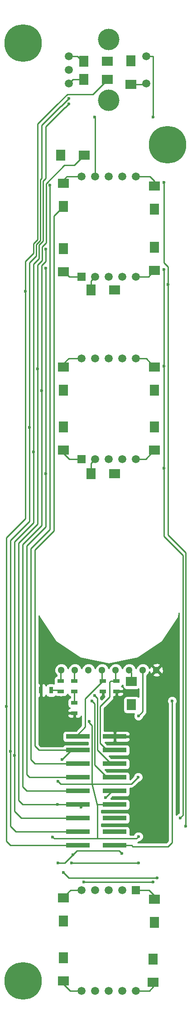
<source format=gbr>
G04 #@! TF.FileFunction,Copper,L2,Bot,Signal*
%FSLAX46Y46*%
G04 Gerber Fmt 4.6, Leading zero omitted, Abs format (unit mm)*
G04 Created by KiCad (PCBNEW 4.0.4+e1-6308~48~ubuntu14.04.1-stable) date Thu Sep  7 12:28:42 2017*
%MOMM*%
%LPD*%
G01*
G04 APERTURE LIST*
%ADD10C,0.100000*%
%ADD11C,4.000000*%
%ADD12C,1.500000*%
%ADD13R,1.500000X1.500000*%
%ADD14C,1.300000*%
%ADD15R,1.800000X2.000000*%
%ADD16R,2.000000X1.800000*%
%ADD17R,4.380000X0.890000*%
%ADD18R,1.300000X0.700000*%
%ADD19R,0.700000X1.300000*%
%ADD20C,7.000000*%
%ADD21C,0.600000*%
%ADD22C,0.250000*%
%ADD23C,0.254000*%
G04 APERTURE END LIST*
D10*
D11*
X120000000Y-14700000D03*
D12*
X127000000Y-6460000D03*
X112500000Y-11540000D03*
X112500000Y-9000000D03*
X112500000Y-6460000D03*
X127000000Y-11540000D03*
D11*
X120000000Y-3300000D03*
D12*
X114920000Y-62860000D03*
X117460000Y-62860000D03*
X120000000Y-62860000D03*
X122540000Y-62860000D03*
X125080000Y-62860000D03*
D13*
X114920000Y-81640000D03*
D12*
X117460000Y-81640000D03*
X125080000Y-81640000D03*
X122540000Y-81640000D03*
X120000000Y-81640000D03*
X114920000Y-28860000D03*
X117460000Y-28860000D03*
X120000000Y-28860000D03*
X122540000Y-28860000D03*
X125080000Y-28860000D03*
D13*
X114920000Y-47640000D03*
D12*
X117460000Y-47640000D03*
X125080000Y-47640000D03*
X122540000Y-47640000D03*
X120000000Y-47640000D03*
D14*
X128890000Y-120990000D03*
X126350000Y-120990000D03*
X123810000Y-120990000D03*
X121270000Y-120990000D03*
X118730000Y-120990000D03*
X116190000Y-120990000D03*
X113650000Y-120990000D03*
X111110000Y-120990000D03*
D15*
X111538000Y-42314000D03*
D16*
X111538000Y-46714000D03*
X121104000Y-50102000D03*
D15*
X116704000Y-50102000D03*
X128556000Y-42060000D03*
D16*
X128556000Y-46460000D03*
D15*
X128556000Y-168126000D03*
D16*
X128556000Y-163726000D03*
D15*
X111538000Y-167872000D03*
D16*
X111538000Y-163472000D03*
X119675000Y-10795000D03*
D15*
X115275000Y-10795000D03*
D16*
X119675000Y-7366000D03*
D15*
X115275000Y-7366000D03*
X124079000Y-7325000D03*
D16*
X124079000Y-11725000D03*
D15*
X111538000Y-75588000D03*
D16*
X111538000Y-79988000D03*
X121104000Y-84392000D03*
D15*
X116704000Y-84392000D03*
X128556000Y-75588000D03*
D16*
X128556000Y-79988000D03*
D15*
X128302000Y-174902000D03*
D16*
X128302000Y-179302000D03*
D15*
X111538000Y-174648000D03*
D16*
X111538000Y-179048000D03*
D15*
X111538000Y-34522000D03*
D16*
X111538000Y-30122000D03*
D15*
X128556000Y-35030000D03*
D16*
X128556000Y-30630000D03*
D15*
X111538000Y-68812000D03*
D16*
X111538000Y-64412000D03*
D15*
X128556000Y-68812000D03*
D16*
X128556000Y-64412000D03*
D17*
X114174000Y-133414000D03*
X114174000Y-135954000D03*
X114174000Y-138494000D03*
X114174000Y-141034000D03*
X114174000Y-143574000D03*
X114174000Y-146114000D03*
X114174000Y-148654000D03*
X114174000Y-151194000D03*
X114174000Y-153734000D03*
X121094000Y-153734000D03*
X121094000Y-151194000D03*
X121094000Y-148654000D03*
X121094000Y-146114000D03*
X121094000Y-133414000D03*
X121094000Y-135954000D03*
X121094000Y-138494000D03*
X121094000Y-141034000D03*
X121094000Y-143574000D03*
D18*
X111030000Y-123066000D03*
X111030000Y-124966000D03*
X113570000Y-123066000D03*
X113570000Y-124966000D03*
X118904000Y-123066000D03*
X118904000Y-124966000D03*
X121444000Y-123066000D03*
X121444000Y-124966000D03*
D19*
X109186000Y-124778000D03*
X107286000Y-124778000D03*
D18*
X113570000Y-127130000D03*
X113570000Y-129030000D03*
D12*
X125080000Y-180890000D03*
X122540000Y-180890000D03*
X120000000Y-180890000D03*
X117460000Y-180890000D03*
X114920000Y-180890000D03*
D13*
X125080000Y-162110000D03*
D12*
X122540000Y-162110000D03*
X114920000Y-162110000D03*
X117460000Y-162110000D03*
X120000000Y-162110000D03*
D15*
X124238000Y-127486000D03*
D16*
X124238000Y-123086000D03*
X115420500Y-24892000D03*
D15*
X111020500Y-24892000D03*
D20*
X104000000Y-179000000D03*
X104000000Y-4000000D03*
X131000000Y-23000000D03*
D21*
X128016000Y-127508000D03*
X118618000Y-126238000D03*
X119412000Y-144844000D03*
X125525000Y-129550000D03*
X125476000Y-140970000D03*
X125525000Y-152050000D03*
X110490000Y-141732000D03*
X109474000Y-152146000D03*
X116364000Y-130620000D03*
X121094000Y-148654000D03*
X133350000Y-148590000D03*
X130334000Y-46292000D03*
X130334000Y-64326000D03*
X130334000Y-83376000D03*
X130334000Y-29972000D03*
X117348000Y-17780000D03*
X121412000Y-151130000D03*
X134366000Y-150114000D03*
X128302000Y-17844000D03*
X131096000Y-49086000D03*
X131826000Y-126746000D03*
X111284000Y-137732000D03*
X128302000Y-174816000D03*
X129064000Y-159830000D03*
X111538000Y-158814000D03*
X108998000Y-30544000D03*
X128556000Y-34862000D03*
X125594000Y-157036000D03*
X113062000Y-157036000D03*
X114174000Y-138494000D03*
X111538000Y-174816000D03*
X128556000Y-42228000D03*
X108236000Y-46038000D03*
X121104000Y-84392000D03*
X108236000Y-84392000D03*
X122460000Y-155258000D03*
X114174000Y-141034000D03*
X110522000Y-157036000D03*
X113316000Y-155512000D03*
X111538000Y-42228000D03*
X108236000Y-42482000D03*
X111538000Y-68812000D03*
X107474000Y-68898000D03*
X114174000Y-143574000D03*
X111538000Y-167958000D03*
X115602000Y-143574000D03*
X128556000Y-68812000D03*
X110436000Y-146114000D03*
X114840000Y-146622000D03*
X128556000Y-167958000D03*
X128302000Y-160592000D03*
X115348000Y-160592000D03*
X106712000Y-64834000D03*
X124079000Y-7325000D03*
X112522000Y-15367000D03*
X128556000Y-75588000D03*
X105950000Y-80328000D03*
X102394000Y-136970000D03*
X119675000Y-7366000D03*
X112522000Y-14351000D03*
X111538000Y-75588000D03*
X105156000Y-75692000D03*
X101632000Y-136208000D03*
X124206000Y-128016000D03*
X121104000Y-50102000D03*
X104394000Y-50292000D03*
X100838000Y-127762000D03*
X118904000Y-123066000D03*
X121444000Y-123066000D03*
X113824000Y-125032000D03*
X117380000Y-125794000D03*
X111030000Y-125032000D03*
X116872000Y-126810000D03*
X111020500Y-24892000D03*
D22*
X118904000Y-124966000D02*
X118904000Y-125952000D01*
X118904000Y-125952000D02*
X118618000Y-126238000D01*
X121094000Y-143574000D02*
X120682000Y-143574000D01*
X120682000Y-143574000D02*
X119412000Y-144844000D01*
X126350000Y-128725000D02*
X126350000Y-127398000D01*
X125525000Y-129550000D02*
X126350000Y-128725000D01*
X116840000Y-142240000D02*
X124206000Y-142240000D01*
X124206000Y-142240000D02*
X125476000Y-140970000D01*
X117888000Y-152464000D02*
X125111000Y-152464000D01*
X125111000Y-152464000D02*
X125525000Y-152050000D01*
X116872000Y-142240000D02*
X116840000Y-142240000D01*
X116840000Y-142240000D02*
X110998000Y-142240000D01*
X110998000Y-142240000D02*
X110490000Y-141732000D01*
X111030000Y-152464000D02*
X109792000Y-152464000D01*
X117888000Y-152464000D02*
X111030000Y-152464000D01*
X109792000Y-152464000D02*
X109474000Y-152146000D01*
X126350000Y-120990000D02*
X126350000Y-127398000D01*
X116872000Y-134938000D02*
X116872000Y-131382000D01*
X116872000Y-142304000D02*
X116872000Y-142240000D01*
X116872000Y-142240000D02*
X116872000Y-134938000D01*
X116364000Y-130874000D02*
X116364000Y-130620000D01*
X116872000Y-131382000D02*
X116364000Y-130874000D01*
X117888000Y-146368000D02*
X116872000Y-142304000D01*
X121094000Y-146114000D02*
X117888000Y-146114000D01*
X117888000Y-146114000D02*
X117888000Y-146368000D01*
X117888000Y-146368000D02*
X117888000Y-152464000D01*
X133890000Y-105474000D02*
X133890000Y-146114000D01*
X133890000Y-148050000D02*
X133890000Y-146114000D01*
X133350000Y-148590000D02*
X133890000Y-148050000D01*
X130334000Y-52134000D02*
X130334000Y-46292000D01*
X130334000Y-64326000D02*
X130334000Y-52134000D01*
X133890000Y-105474000D02*
X133890000Y-100902000D01*
X133890000Y-100902000D02*
X133890000Y-100140000D01*
X133890000Y-100140000D02*
X133890000Y-99632000D01*
X133890000Y-99632000D02*
X130334000Y-96076000D01*
X130334000Y-96076000D02*
X130334000Y-83376000D01*
X130334000Y-83376000D02*
X130334000Y-64326000D01*
X133890000Y-105474000D02*
X133890000Y-105220000D01*
X117460000Y-28860000D02*
X117460000Y-17892000D01*
X117460000Y-17892000D02*
X117348000Y-17780000D01*
X127000000Y-6460000D02*
X128287000Y-6460000D01*
X128302000Y-6475000D02*
X128302000Y-17844000D01*
X128287000Y-6460000D02*
X128302000Y-6475000D01*
X134398000Y-146050000D02*
X134398000Y-150082000D01*
X121412000Y-151130000D02*
X121348000Y-151194000D01*
X134398000Y-150082000D02*
X134366000Y-150114000D01*
X121348000Y-151194000D02*
X121094000Y-151194000D01*
X121094000Y-151194000D02*
X122968000Y-151194000D01*
X134398000Y-146368000D02*
X134398000Y-146050000D01*
X134398000Y-146050000D02*
X134398000Y-99124000D01*
X134398000Y-99124000D02*
X131096000Y-95822000D01*
X131096000Y-49086000D02*
X131096000Y-45784000D01*
X131096000Y-45784000D02*
X130588000Y-45276000D01*
X130588000Y-45276000D02*
X130334000Y-45022000D01*
X130334000Y-45022000D02*
X130334000Y-29972000D01*
X131096000Y-52388000D02*
X131096000Y-49086000D01*
X131096000Y-95822000D02*
X131096000Y-52388000D01*
X131826000Y-126746000D02*
X131826000Y-128016000D01*
X121094000Y-153734000D02*
X124270000Y-153734000D01*
X131826000Y-153162000D02*
X131826000Y-128016000D01*
X131826000Y-128016000D02*
X131826000Y-127762000D01*
X131064000Y-153924000D02*
X131826000Y-153162000D01*
X124460000Y-153924000D02*
X131064000Y-153924000D01*
X124270000Y-153734000D02*
X124460000Y-153924000D01*
X106204000Y-104966000D02*
X106204000Y-98616000D01*
X106966000Y-135954000D02*
X106204000Y-135192000D01*
X106204000Y-135192000D02*
X106204000Y-104966000D01*
X114174000Y-135954000D02*
X106966000Y-135954000D01*
X109760000Y-36300000D02*
X111538000Y-34522000D01*
X109760000Y-95060000D02*
X109760000Y-36300000D01*
X106204000Y-98616000D02*
X109760000Y-95060000D01*
X113062000Y-135954000D02*
X111284000Y-137732000D01*
X128302000Y-174816000D02*
X128302000Y-174902000D01*
X112554000Y-159830000D02*
X129064000Y-159830000D01*
X111538000Y-158814000D02*
X112554000Y-159830000D01*
X114174000Y-135954000D02*
X113062000Y-135954000D01*
X105442000Y-105474000D02*
X105442000Y-98362000D01*
X108998000Y-94806000D02*
X108998000Y-55182000D01*
X105442000Y-98362000D02*
X108998000Y-94806000D01*
X108998000Y-30544000D02*
X108998000Y-55182000D01*
X128556000Y-34862000D02*
X128556000Y-35030000D01*
X106204000Y-138494000D02*
X105442000Y-137732000D01*
X105442000Y-105220000D02*
X105442000Y-105474000D01*
X105442000Y-105474000D02*
X105442000Y-137732000D01*
X114174000Y-138494000D02*
X106204000Y-138494000D01*
X113062000Y-157036000D02*
X125594000Y-157036000D01*
X111538000Y-174816000D02*
X111538000Y-174648000D01*
X108236000Y-55436000D02*
X108236000Y-46038000D01*
X108236000Y-84392000D02*
X108236000Y-55436000D01*
X128556000Y-42228000D02*
X128556000Y-42060000D01*
X104680000Y-105220000D02*
X104680000Y-97854000D01*
X105188000Y-141034000D02*
X104680000Y-140526000D01*
X104680000Y-105220000D02*
X104680000Y-140526000D01*
X114174000Y-141034000D02*
X105188000Y-141034000D01*
X108236000Y-94298000D02*
X108236000Y-85408000D01*
X108236000Y-85408000D02*
X108236000Y-84392000D01*
X104680000Y-97854000D02*
X108236000Y-94298000D01*
X113316000Y-155512000D02*
X114078000Y-154750000D01*
X121952000Y-154750000D02*
X122460000Y-155258000D01*
X114078000Y-154750000D02*
X121952000Y-154750000D01*
X111792000Y-157036000D02*
X110522000Y-157036000D01*
X113316000Y-155512000D02*
X111792000Y-157036000D01*
X107474000Y-55944000D02*
X107474000Y-45530000D01*
X107474000Y-68898000D02*
X107474000Y-55944000D01*
X111538000Y-42228000D02*
X111538000Y-42314000D01*
X108236000Y-44768000D02*
X108236000Y-42482000D01*
X107474000Y-45530000D02*
X108236000Y-44768000D01*
X103918000Y-105474000D02*
X103918000Y-97600000D01*
X114174000Y-143574000D02*
X104680000Y-143574000D01*
X103918000Y-142812000D02*
X103918000Y-105474000D01*
X104680000Y-143574000D02*
X103918000Y-142812000D01*
X107474000Y-94044000D02*
X107474000Y-68898000D01*
X103918000Y-97600000D02*
X107474000Y-94044000D01*
X111538000Y-167958000D02*
X111538000Y-167872000D01*
X115602000Y-143574000D02*
X114174000Y-143574000D01*
X108267500Y-31940500D02*
X108267500Y-30226000D01*
X113515500Y-26797000D02*
X115420500Y-24892000D01*
X111696500Y-26797000D02*
X113515500Y-26797000D01*
X108267500Y-30226000D02*
X111696500Y-26797000D01*
X106712000Y-55944000D02*
X106712000Y-45370500D01*
X106712000Y-64834000D02*
X106712000Y-55944000D01*
X108267500Y-41275000D02*
X108267500Y-31940500D01*
X108267500Y-31940500D02*
X108267500Y-31877000D01*
X107505500Y-42037000D02*
X108267500Y-41275000D01*
X107505500Y-44577000D02*
X107505500Y-42037000D01*
X106712000Y-45370500D02*
X107505500Y-44577000D01*
X103156000Y-105728000D02*
X103156000Y-97346000D01*
X103918000Y-146114000D02*
X103156000Y-145352000D01*
X103156000Y-145352000D02*
X103156000Y-105728000D01*
X110522000Y-146114000D02*
X103918000Y-146114000D01*
X114332000Y-146114000D02*
X114840000Y-146622000D01*
X128556000Y-167958000D02*
X128556000Y-168126000D01*
X115348000Y-160592000D02*
X128302000Y-160592000D01*
X114174000Y-146114000D02*
X114332000Y-146114000D01*
X110436000Y-146114000D02*
X110522000Y-146114000D01*
X114174000Y-146114000D02*
X110522000Y-146114000D01*
X106712000Y-93790000D02*
X106712000Y-64834000D01*
X103156000Y-97346000D02*
X106712000Y-93790000D01*
X105950000Y-45276000D02*
X106966000Y-44260000D01*
X106966000Y-44260000D02*
X106966000Y-41720000D01*
X106966000Y-41720000D02*
X107728000Y-40958000D01*
X107728000Y-40958000D02*
X107728000Y-29782000D01*
X107728000Y-29782000D02*
X108236000Y-29274000D01*
X108236000Y-29274000D02*
X108236000Y-20384000D01*
X105950000Y-80328000D02*
X105950000Y-56198000D01*
X105950000Y-56198000D02*
X105950000Y-45276000D01*
X108236000Y-19622000D02*
X111792000Y-16066000D01*
X108236000Y-20384000D02*
X108236000Y-19622000D01*
X111823000Y-16066000D02*
X111792000Y-16066000D01*
X112522000Y-15367000D02*
X111823000Y-16066000D01*
X128216000Y-75588000D02*
X128556000Y-75588000D01*
X102394000Y-105982000D02*
X102394000Y-97092000D01*
X105950000Y-93536000D02*
X105950000Y-80328000D01*
X102394000Y-97092000D02*
X105950000Y-93536000D01*
X102394000Y-105728000D02*
X102394000Y-105982000D01*
X102394000Y-105982000D02*
X102394000Y-136970000D01*
X114174000Y-148654000D02*
X103664000Y-148654000D01*
X102394000Y-147384000D02*
X102394000Y-136970000D01*
X103664000Y-148654000D02*
X102394000Y-147384000D01*
X107474000Y-19368000D02*
X111030000Y-15812000D01*
X107474000Y-20638000D02*
X107474000Y-19368000D01*
X107474000Y-29274000D02*
X107474000Y-20638000D01*
X105188000Y-56452000D02*
X105188000Y-45022000D01*
X105188000Y-75692000D02*
X105188000Y-56452000D01*
X107220000Y-29528000D02*
X107474000Y-29274000D01*
X107220000Y-40829602D02*
X107220000Y-29528000D01*
X106458000Y-41591602D02*
X107220000Y-40829602D01*
X106458000Y-43752000D02*
X106458000Y-41591602D01*
X105188000Y-45022000D02*
X106458000Y-43752000D01*
X111061000Y-15812000D02*
X111030000Y-15812000D01*
X112522000Y-14351000D02*
X111061000Y-15812000D01*
X105156000Y-75692000D02*
X105188000Y-75692000D01*
X105188000Y-75692000D02*
X105156000Y-75692000D01*
X105156000Y-75692000D02*
X105188000Y-75692000D01*
X101632000Y-105982000D02*
X101632000Y-96838000D01*
X101632000Y-136208000D02*
X101632000Y-105982000D01*
X105188000Y-93282000D02*
X105188000Y-75692000D01*
X101632000Y-96838000D02*
X105188000Y-93282000D01*
X114174000Y-151194000D02*
X102648000Y-151194000D01*
X101632000Y-150178000D02*
X101632000Y-136208000D01*
X102648000Y-151194000D02*
X101632000Y-150178000D01*
X119675000Y-10795000D02*
X119675000Y-10881000D01*
X119675000Y-10881000D02*
X116967000Y-13589000D01*
X116967000Y-13589000D02*
X112237000Y-13589000D01*
X112237000Y-13589000D02*
X110268000Y-15558000D01*
X124206000Y-128016000D02*
X124238000Y-127984000D01*
X124238000Y-127984000D02*
X124238000Y-127486000D01*
X104394000Y-50292000D02*
X104426000Y-50292000D01*
X104426000Y-50292000D02*
X104394000Y-50292000D01*
X104394000Y-50292000D02*
X104426000Y-50292000D01*
X100838000Y-127762000D02*
X100870000Y-127762000D01*
X100870000Y-127762000D02*
X100838000Y-127762000D01*
X100838000Y-127762000D02*
X100870000Y-127762000D01*
X106712000Y-20892000D02*
X106712000Y-19114000D01*
X104426000Y-44768000D02*
X105950000Y-43244000D01*
X105950000Y-43244000D02*
X105950000Y-41463204D01*
X105950000Y-41463204D02*
X106712000Y-40701204D01*
X106712000Y-40701204D02*
X106712000Y-29020000D01*
X106712000Y-29020000D02*
X106712000Y-20892000D01*
X104426000Y-56960000D02*
X104426000Y-50292000D01*
X104426000Y-50292000D02*
X104426000Y-44768000D01*
X106712000Y-19114000D02*
X110268000Y-15558000D01*
X100870000Y-105982000D02*
X100870000Y-96330000D01*
X114174000Y-153734000D02*
X101632000Y-153734000D01*
X100870000Y-152972000D02*
X100870000Y-127762000D01*
X100870000Y-127762000D02*
X100870000Y-105982000D01*
X101632000Y-153734000D02*
X100870000Y-152972000D01*
X104426000Y-92774000D02*
X104426000Y-56960000D01*
X104426000Y-56960000D02*
X104426000Y-56706000D01*
X100870000Y-96330000D02*
X104426000Y-92774000D01*
X114920000Y-47640000D02*
X112632000Y-47640000D01*
X112632000Y-47640000D02*
X111706000Y-46714000D01*
X111706000Y-46714000D02*
X111538000Y-46714000D01*
X116704000Y-50102000D02*
X116704000Y-48396000D01*
X116704000Y-48396000D02*
X117460000Y-47640000D01*
X125080000Y-47640000D02*
X127376000Y-47640000D01*
X127376000Y-47640000D02*
X128556000Y-46460000D01*
X128556000Y-163726000D02*
X128556000Y-163132000D01*
X128556000Y-163132000D02*
X127534000Y-162110000D01*
X127534000Y-162110000D02*
X125080000Y-162110000D01*
X111538000Y-163472000D02*
X111538000Y-163386000D01*
X111538000Y-163386000D02*
X112814000Y-162110000D01*
X112814000Y-162110000D02*
X114920000Y-162110000D01*
X115275000Y-10795000D02*
X113245000Y-10795000D01*
X113245000Y-10795000D02*
X112500000Y-11540000D01*
X115275000Y-7366000D02*
X115062000Y-7366000D01*
X115062000Y-7366000D02*
X114156000Y-6460000D01*
X114156000Y-6460000D02*
X112500000Y-6460000D01*
X124079000Y-11725000D02*
X126815000Y-11725000D01*
X126815000Y-11725000D02*
X127000000Y-11540000D01*
X111538000Y-79988000D02*
X111538000Y-80582000D01*
X111538000Y-80582000D02*
X112596000Y-81640000D01*
X112596000Y-81640000D02*
X114920000Y-81640000D01*
X116704000Y-84392000D02*
X116704000Y-82396000D01*
X116704000Y-82396000D02*
X117460000Y-81640000D01*
X125080000Y-81640000D02*
X126904000Y-81640000D01*
X126904000Y-81640000D02*
X128556000Y-79988000D01*
X128302000Y-179302000D02*
X128302000Y-180150000D01*
X128302000Y-180150000D02*
X127562000Y-180890000D01*
X127562000Y-180890000D02*
X125080000Y-180890000D01*
X111538000Y-179048000D02*
X111538000Y-179642000D01*
X111538000Y-179642000D02*
X112786000Y-180890000D01*
X112786000Y-180890000D02*
X114920000Y-180890000D01*
X111538000Y-30122000D02*
X111538000Y-29528000D01*
X111538000Y-29528000D02*
X112206000Y-28860000D01*
X112206000Y-28860000D02*
X114920000Y-28860000D01*
X128556000Y-30630000D02*
X128556000Y-29782000D01*
X128556000Y-29782000D02*
X127634000Y-28860000D01*
X127634000Y-28860000D02*
X125080000Y-28860000D01*
X111538000Y-64412000D02*
X111538000Y-63818000D01*
X111538000Y-63818000D02*
X112496000Y-62860000D01*
X112496000Y-62860000D02*
X114920000Y-62860000D01*
X125080000Y-62860000D02*
X127004000Y-62860000D01*
X127004000Y-62860000D02*
X128556000Y-64412000D01*
X114174000Y-133414000D02*
X114174000Y-133064000D01*
X114174000Y-133064000D02*
X115602000Y-131636000D01*
X115602000Y-131636000D02*
X115602000Y-126368000D01*
X115602000Y-126368000D02*
X118904000Y-123066000D01*
X118904000Y-123066000D02*
X118730000Y-122892000D01*
X118730000Y-122892000D02*
X118730000Y-120990000D01*
X121094000Y-135954000D02*
X119666000Y-135954000D01*
X119666000Y-135954000D02*
X118396000Y-134684000D01*
X118396000Y-134684000D02*
X118396000Y-127826000D01*
X118396000Y-127826000D02*
X120174000Y-126048000D01*
X120174000Y-126048000D02*
X120174000Y-123254000D01*
X120174000Y-123254000D02*
X120362000Y-123066000D01*
X120362000Y-123066000D02*
X121444000Y-123066000D01*
X121444000Y-123066000D02*
X121270000Y-122892000D01*
X121270000Y-122892000D02*
X121270000Y-120990000D01*
X117888000Y-126556000D02*
X117888000Y-126302000D01*
X120428000Y-138494000D02*
X117888000Y-135954000D01*
X117888000Y-135954000D02*
X117888000Y-127064000D01*
X117888000Y-127064000D02*
X117888000Y-126556000D01*
X113824000Y-125032000D02*
X113758000Y-124966000D01*
X117888000Y-126302000D02*
X117380000Y-125794000D01*
X113758000Y-124966000D02*
X113570000Y-124966000D01*
X113570000Y-127130000D02*
X113570000Y-124966000D01*
X121094000Y-138494000D02*
X120428000Y-138494000D01*
X117380000Y-127318000D02*
X116872000Y-126810000D01*
X117380000Y-138748000D02*
X117380000Y-127318000D01*
X119666000Y-141034000D02*
X117380000Y-138748000D01*
X111030000Y-125032000D02*
X111030000Y-124966000D01*
X121094000Y-141034000D02*
X119666000Y-141034000D01*
X109186000Y-124778000D02*
X110842000Y-124778000D01*
X110842000Y-124778000D02*
X111030000Y-124966000D01*
X113570000Y-123066000D02*
X113570000Y-121070000D01*
X113570000Y-121070000D02*
X113650000Y-120990000D01*
X111030000Y-123066000D02*
X111030000Y-121070000D01*
X111030000Y-121070000D02*
X111110000Y-120990000D01*
X124238000Y-123086000D02*
X124238000Y-121418000D01*
X124238000Y-121418000D02*
X123810000Y-120990000D01*
D23*
G36*
X133130000Y-147669231D02*
X132821057Y-147796883D01*
X132586000Y-148031530D01*
X132586000Y-127308463D01*
X132618192Y-127276327D01*
X132760838Y-126932799D01*
X132761162Y-126560833D01*
X132619117Y-126217057D01*
X132356327Y-125953808D01*
X132012799Y-125811162D01*
X131640833Y-125810838D01*
X131297057Y-125952883D01*
X131033808Y-126215673D01*
X130891162Y-126559201D01*
X130890838Y-126931167D01*
X131032883Y-127274943D01*
X131066000Y-127308118D01*
X131066000Y-152847198D01*
X130749198Y-153164000D01*
X125405054Y-153164000D01*
X125648401Y-153001401D01*
X125664680Y-152985122D01*
X125710167Y-152985162D01*
X126053943Y-152843117D01*
X126317192Y-152580327D01*
X126459838Y-152236799D01*
X126460162Y-151864833D01*
X126318117Y-151521057D01*
X126055327Y-151257808D01*
X125711799Y-151115162D01*
X125339833Y-151114838D01*
X124996057Y-151256883D01*
X124732808Y-151519673D01*
X124656268Y-151704000D01*
X123918277Y-151704000D01*
X123931440Y-151639000D01*
X123931440Y-150749000D01*
X123887162Y-150513683D01*
X123748090Y-150297559D01*
X123535890Y-150152569D01*
X123284000Y-150101560D01*
X118904000Y-150101560D01*
X118668683Y-150145838D01*
X118648000Y-150159147D01*
X118648000Y-149692623D01*
X118652110Y-149695431D01*
X118904000Y-149746440D01*
X123284000Y-149746440D01*
X123519317Y-149702162D01*
X123735441Y-149563090D01*
X123880431Y-149350890D01*
X123931440Y-149099000D01*
X123931440Y-148209000D01*
X123887162Y-147973683D01*
X123748090Y-147757559D01*
X123535890Y-147612569D01*
X123284000Y-147561560D01*
X118904000Y-147561560D01*
X118668683Y-147605838D01*
X118648000Y-147619147D01*
X118648000Y-147152623D01*
X118652110Y-147155431D01*
X118904000Y-147206440D01*
X123284000Y-147206440D01*
X123519317Y-147162162D01*
X123735441Y-147023090D01*
X123880431Y-146810890D01*
X123931440Y-146559000D01*
X123931440Y-145669000D01*
X123887162Y-145433683D01*
X123748090Y-145217559D01*
X123535890Y-145072569D01*
X123284000Y-145021560D01*
X120346846Y-145021560D01*
X120346879Y-144983923D01*
X120664362Y-144666440D01*
X123284000Y-144666440D01*
X123519317Y-144622162D01*
X123735441Y-144483090D01*
X123880431Y-144270890D01*
X123931440Y-144019000D01*
X123931440Y-143129000D01*
X123907167Y-143000000D01*
X124206000Y-143000000D01*
X124496839Y-142942148D01*
X124743401Y-142777401D01*
X125615680Y-141905122D01*
X125661167Y-141905162D01*
X126004943Y-141763117D01*
X126268192Y-141500327D01*
X126410838Y-141156799D01*
X126411162Y-140784833D01*
X126269117Y-140441057D01*
X126006327Y-140177808D01*
X125662799Y-140035162D01*
X125290833Y-140034838D01*
X124947057Y-140176883D01*
X124683808Y-140439673D01*
X124541162Y-140783201D01*
X124541121Y-140830077D01*
X123931440Y-141439758D01*
X123931440Y-140589000D01*
X123887162Y-140353683D01*
X123748090Y-140137559D01*
X123535890Y-139992569D01*
X123284000Y-139941560D01*
X119648362Y-139941560D01*
X119293242Y-139586440D01*
X123284000Y-139586440D01*
X123519317Y-139542162D01*
X123735441Y-139403090D01*
X123880431Y-139190890D01*
X123931440Y-138939000D01*
X123931440Y-138049000D01*
X123887162Y-137813683D01*
X123748090Y-137597559D01*
X123535890Y-137452569D01*
X123284000Y-137401560D01*
X120410362Y-137401560D01*
X120055242Y-137046440D01*
X123284000Y-137046440D01*
X123519317Y-137002162D01*
X123735441Y-136863090D01*
X123880431Y-136650890D01*
X123931440Y-136399000D01*
X123931440Y-135509000D01*
X123887162Y-135273683D01*
X123748090Y-135057559D01*
X123535890Y-134912569D01*
X123284000Y-134861560D01*
X119648362Y-134861560D01*
X119280802Y-134494000D01*
X120808250Y-134494000D01*
X120967000Y-134335250D01*
X120967000Y-133541000D01*
X121221000Y-133541000D01*
X121221000Y-134335250D01*
X121379750Y-134494000D01*
X123410310Y-134494000D01*
X123643699Y-134397327D01*
X123822327Y-134218698D01*
X123919000Y-133985309D01*
X123919000Y-133699750D01*
X123760250Y-133541000D01*
X121221000Y-133541000D01*
X120967000Y-133541000D01*
X120947000Y-133541000D01*
X120947000Y-133287000D01*
X120967000Y-133287000D01*
X120967000Y-132492750D01*
X121221000Y-132492750D01*
X121221000Y-133287000D01*
X123760250Y-133287000D01*
X123919000Y-133128250D01*
X123919000Y-132842691D01*
X123822327Y-132609302D01*
X123643699Y-132430673D01*
X123410310Y-132334000D01*
X121379750Y-132334000D01*
X121221000Y-132492750D01*
X120967000Y-132492750D01*
X120808250Y-132334000D01*
X119156000Y-132334000D01*
X119156000Y-128140802D01*
X120711401Y-126585401D01*
X120876148Y-126338839D01*
X120934000Y-126048000D01*
X120934000Y-125951000D01*
X121158250Y-125951000D01*
X121317000Y-125792250D01*
X121317000Y-125093000D01*
X121571000Y-125093000D01*
X121571000Y-125792250D01*
X121729750Y-125951000D01*
X122220310Y-125951000D01*
X122453699Y-125854327D01*
X122632327Y-125675698D01*
X122729000Y-125442309D01*
X122729000Y-125251750D01*
X122570250Y-125093000D01*
X121571000Y-125093000D01*
X121317000Y-125093000D01*
X121297000Y-125093000D01*
X121297000Y-124839000D01*
X121317000Y-124839000D01*
X121317000Y-124819000D01*
X121571000Y-124819000D01*
X121571000Y-124839000D01*
X122570250Y-124839000D01*
X122729000Y-124680250D01*
X122729000Y-124489691D01*
X122632327Y-124256302D01*
X122453699Y-124077673D01*
X122317713Y-124021346D01*
X122329317Y-124019162D01*
X122545441Y-123880090D01*
X122590560Y-123814056D01*
X122590560Y-123986000D01*
X122634838Y-124221317D01*
X122773910Y-124437441D01*
X122986110Y-124582431D01*
X123238000Y-124633440D01*
X125238000Y-124633440D01*
X125473317Y-124589162D01*
X125590000Y-124514079D01*
X125590000Y-126026298D01*
X125389890Y-125889569D01*
X125138000Y-125838560D01*
X123338000Y-125838560D01*
X123102683Y-125882838D01*
X122886559Y-126021910D01*
X122741569Y-126234110D01*
X122690560Y-126486000D01*
X122690560Y-128486000D01*
X122734838Y-128721317D01*
X122873910Y-128937441D01*
X123086110Y-129082431D01*
X123338000Y-129133440D01*
X124685568Y-129133440D01*
X124590162Y-129363201D01*
X124589838Y-129735167D01*
X124731883Y-130078943D01*
X124994673Y-130342192D01*
X125338201Y-130484838D01*
X125710167Y-130485162D01*
X126053943Y-130343117D01*
X126317192Y-130080327D01*
X126459838Y-129736799D01*
X126459879Y-129689923D01*
X126887401Y-129262401D01*
X127052148Y-129015840D01*
X127110000Y-128725000D01*
X127110000Y-122047006D01*
X127268266Y-121889016D01*
X128170590Y-121889016D01*
X128226271Y-122119611D01*
X128709078Y-122287622D01*
X129219428Y-122258083D01*
X129553729Y-122119611D01*
X129609410Y-121889016D01*
X128890000Y-121169605D01*
X128170590Y-121889016D01*
X127268266Y-121889016D01*
X127438735Y-121718845D01*
X127619797Y-121282800D01*
X127621917Y-121319428D01*
X127760389Y-121653729D01*
X127990984Y-121709410D01*
X128710395Y-120990000D01*
X129069605Y-120990000D01*
X129789016Y-121709410D01*
X130019611Y-121653729D01*
X130187622Y-121170922D01*
X130158083Y-120660572D01*
X130019611Y-120326271D01*
X129789016Y-120270590D01*
X129069605Y-120990000D01*
X128710395Y-120990000D01*
X127990984Y-120270590D01*
X127760389Y-120326271D01*
X127625861Y-120712860D01*
X127440005Y-120263057D01*
X127268233Y-120090984D01*
X128170590Y-120090984D01*
X128890000Y-120810395D01*
X129609410Y-120090984D01*
X129553729Y-119860389D01*
X129070922Y-119692378D01*
X128560572Y-119721917D01*
X128226271Y-119860389D01*
X128170590Y-120090984D01*
X127268233Y-120090984D01*
X127078845Y-119901265D01*
X126606724Y-119705223D01*
X126095519Y-119704777D01*
X125623057Y-119899995D01*
X125261265Y-120261155D01*
X125079795Y-120698182D01*
X124900005Y-120263057D01*
X124538845Y-119901265D01*
X124066724Y-119705223D01*
X123555519Y-119704777D01*
X123083057Y-119899995D01*
X122721265Y-120261155D01*
X122539795Y-120698182D01*
X122360005Y-120263057D01*
X121998845Y-119901265D01*
X121526724Y-119705223D01*
X121015519Y-119704777D01*
X120543057Y-119899995D01*
X120181265Y-120261155D01*
X119999795Y-120698182D01*
X119820005Y-120263057D01*
X119458845Y-119901265D01*
X118986724Y-119705223D01*
X118475519Y-119704777D01*
X118003057Y-119899995D01*
X117641265Y-120261155D01*
X117459795Y-120698182D01*
X117280005Y-120263057D01*
X116918845Y-119901265D01*
X116446724Y-119705223D01*
X115935519Y-119704777D01*
X115463057Y-119899995D01*
X115101265Y-120261155D01*
X114919795Y-120698182D01*
X114740005Y-120263057D01*
X114378845Y-119901265D01*
X113906724Y-119705223D01*
X113395519Y-119704777D01*
X112923057Y-119899995D01*
X112561265Y-120261155D01*
X112379795Y-120698182D01*
X112200005Y-120263057D01*
X111838845Y-119901265D01*
X111366724Y-119705223D01*
X110855519Y-119704777D01*
X110383057Y-119899995D01*
X110021265Y-120261155D01*
X109825223Y-120733276D01*
X109824777Y-121244481D01*
X110019995Y-121716943D01*
X110270000Y-121967385D01*
X110270000Y-122089258D01*
X110144683Y-122112838D01*
X109928559Y-122251910D01*
X109783569Y-122464110D01*
X109732560Y-122716000D01*
X109732560Y-123416000D01*
X109752975Y-123524499D01*
X109536000Y-123480560D01*
X108836000Y-123480560D01*
X108600683Y-123524838D01*
X108384559Y-123663910D01*
X108239569Y-123876110D01*
X108232809Y-123909490D01*
X108174327Y-123768301D01*
X107995698Y-123589673D01*
X107762309Y-123493000D01*
X107571750Y-123493000D01*
X107413000Y-123651750D01*
X107413000Y-124651000D01*
X107433000Y-124651000D01*
X107433000Y-124905000D01*
X107413000Y-124905000D01*
X107413000Y-125904250D01*
X107571750Y-126063000D01*
X107762309Y-126063000D01*
X107995698Y-125966327D01*
X108174327Y-125787699D01*
X108230654Y-125651713D01*
X108232838Y-125663317D01*
X108371910Y-125879441D01*
X108584110Y-126024431D01*
X108836000Y-126075440D01*
X109536000Y-126075440D01*
X109771317Y-126031162D01*
X109987441Y-125892090D01*
X110022737Y-125840433D01*
X110128110Y-125912431D01*
X110380000Y-125963440D01*
X110835018Y-125963440D01*
X110843201Y-125966838D01*
X111215167Y-125967162D01*
X111224175Y-125963440D01*
X111680000Y-125963440D01*
X111915317Y-125919162D01*
X112131441Y-125780090D01*
X112276431Y-125567890D01*
X112298993Y-125456477D01*
X112316838Y-125551317D01*
X112455910Y-125767441D01*
X112668110Y-125912431D01*
X112810000Y-125941164D01*
X112810000Y-126153258D01*
X112684683Y-126176838D01*
X112468559Y-126315910D01*
X112323569Y-126528110D01*
X112272560Y-126780000D01*
X112272560Y-127480000D01*
X112316838Y-127715317D01*
X112455910Y-127931441D01*
X112668110Y-128076431D01*
X112701490Y-128083191D01*
X112560301Y-128141673D01*
X112381673Y-128320302D01*
X112285000Y-128553691D01*
X112285000Y-128744250D01*
X112443750Y-128903000D01*
X113443000Y-128903000D01*
X113443000Y-128883000D01*
X113697000Y-128883000D01*
X113697000Y-128903000D01*
X113717000Y-128903000D01*
X113717000Y-129157000D01*
X113697000Y-129157000D01*
X113697000Y-129856250D01*
X113855750Y-130015000D01*
X114346310Y-130015000D01*
X114579699Y-129918327D01*
X114758327Y-129739698D01*
X114842000Y-129537694D01*
X114842000Y-131321198D01*
X113841638Y-132321560D01*
X111984000Y-132321560D01*
X111748683Y-132365838D01*
X111532559Y-132504910D01*
X111387569Y-132717110D01*
X111336560Y-132969000D01*
X111336560Y-133859000D01*
X111380838Y-134094317D01*
X111519910Y-134310441D01*
X111732110Y-134455431D01*
X111984000Y-134506440D01*
X116112000Y-134506440D01*
X116112000Y-134861560D01*
X111984000Y-134861560D01*
X111748683Y-134905838D01*
X111532559Y-135044910D01*
X111430690Y-135194000D01*
X107280802Y-135194000D01*
X106964000Y-134877198D01*
X106964000Y-129315750D01*
X112285000Y-129315750D01*
X112285000Y-129506309D01*
X112381673Y-129739698D01*
X112560301Y-129918327D01*
X112793690Y-130015000D01*
X113284250Y-130015000D01*
X113443000Y-129856250D01*
X113443000Y-129157000D01*
X112443750Y-129157000D01*
X112285000Y-129315750D01*
X106964000Y-129315750D01*
X106964000Y-126063000D01*
X107000250Y-126063000D01*
X107159000Y-125904250D01*
X107159000Y-124905000D01*
X107139000Y-124905000D01*
X107139000Y-124651000D01*
X107159000Y-124651000D01*
X107159000Y-123651750D01*
X107000250Y-123493000D01*
X106964000Y-123493000D01*
X106964000Y-110822586D01*
X107024112Y-111124789D01*
X110068685Y-115681315D01*
X114625211Y-118725888D01*
X120000000Y-119795000D01*
X125374789Y-118725888D01*
X129931315Y-115681315D01*
X132975888Y-111124789D01*
X133130000Y-110350016D01*
X133130000Y-147669231D01*
X133130000Y-147669231D01*
G37*
X133130000Y-147669231D02*
X132821057Y-147796883D01*
X132586000Y-148031530D01*
X132586000Y-127308463D01*
X132618192Y-127276327D01*
X132760838Y-126932799D01*
X132761162Y-126560833D01*
X132619117Y-126217057D01*
X132356327Y-125953808D01*
X132012799Y-125811162D01*
X131640833Y-125810838D01*
X131297057Y-125952883D01*
X131033808Y-126215673D01*
X130891162Y-126559201D01*
X130890838Y-126931167D01*
X131032883Y-127274943D01*
X131066000Y-127308118D01*
X131066000Y-152847198D01*
X130749198Y-153164000D01*
X125405054Y-153164000D01*
X125648401Y-153001401D01*
X125664680Y-152985122D01*
X125710167Y-152985162D01*
X126053943Y-152843117D01*
X126317192Y-152580327D01*
X126459838Y-152236799D01*
X126460162Y-151864833D01*
X126318117Y-151521057D01*
X126055327Y-151257808D01*
X125711799Y-151115162D01*
X125339833Y-151114838D01*
X124996057Y-151256883D01*
X124732808Y-151519673D01*
X124656268Y-151704000D01*
X123918277Y-151704000D01*
X123931440Y-151639000D01*
X123931440Y-150749000D01*
X123887162Y-150513683D01*
X123748090Y-150297559D01*
X123535890Y-150152569D01*
X123284000Y-150101560D01*
X118904000Y-150101560D01*
X118668683Y-150145838D01*
X118648000Y-150159147D01*
X118648000Y-149692623D01*
X118652110Y-149695431D01*
X118904000Y-149746440D01*
X123284000Y-149746440D01*
X123519317Y-149702162D01*
X123735441Y-149563090D01*
X123880431Y-149350890D01*
X123931440Y-149099000D01*
X123931440Y-148209000D01*
X123887162Y-147973683D01*
X123748090Y-147757559D01*
X123535890Y-147612569D01*
X123284000Y-147561560D01*
X118904000Y-147561560D01*
X118668683Y-147605838D01*
X118648000Y-147619147D01*
X118648000Y-147152623D01*
X118652110Y-147155431D01*
X118904000Y-147206440D01*
X123284000Y-147206440D01*
X123519317Y-147162162D01*
X123735441Y-147023090D01*
X123880431Y-146810890D01*
X123931440Y-146559000D01*
X123931440Y-145669000D01*
X123887162Y-145433683D01*
X123748090Y-145217559D01*
X123535890Y-145072569D01*
X123284000Y-145021560D01*
X120346846Y-145021560D01*
X120346879Y-144983923D01*
X120664362Y-144666440D01*
X123284000Y-144666440D01*
X123519317Y-144622162D01*
X123735441Y-144483090D01*
X123880431Y-144270890D01*
X123931440Y-144019000D01*
X123931440Y-143129000D01*
X123907167Y-143000000D01*
X124206000Y-143000000D01*
X124496839Y-142942148D01*
X124743401Y-142777401D01*
X125615680Y-141905122D01*
X125661167Y-141905162D01*
X126004943Y-141763117D01*
X126268192Y-141500327D01*
X126410838Y-141156799D01*
X126411162Y-140784833D01*
X126269117Y-140441057D01*
X126006327Y-140177808D01*
X125662799Y-140035162D01*
X125290833Y-140034838D01*
X124947057Y-140176883D01*
X124683808Y-140439673D01*
X124541162Y-140783201D01*
X124541121Y-140830077D01*
X123931440Y-141439758D01*
X123931440Y-140589000D01*
X123887162Y-140353683D01*
X123748090Y-140137559D01*
X123535890Y-139992569D01*
X123284000Y-139941560D01*
X119648362Y-139941560D01*
X119293242Y-139586440D01*
X123284000Y-139586440D01*
X123519317Y-139542162D01*
X123735441Y-139403090D01*
X123880431Y-139190890D01*
X123931440Y-138939000D01*
X123931440Y-138049000D01*
X123887162Y-137813683D01*
X123748090Y-137597559D01*
X123535890Y-137452569D01*
X123284000Y-137401560D01*
X120410362Y-137401560D01*
X120055242Y-137046440D01*
X123284000Y-137046440D01*
X123519317Y-137002162D01*
X123735441Y-136863090D01*
X123880431Y-136650890D01*
X123931440Y-136399000D01*
X123931440Y-135509000D01*
X123887162Y-135273683D01*
X123748090Y-135057559D01*
X123535890Y-134912569D01*
X123284000Y-134861560D01*
X119648362Y-134861560D01*
X119280802Y-134494000D01*
X120808250Y-134494000D01*
X120967000Y-134335250D01*
X120967000Y-133541000D01*
X121221000Y-133541000D01*
X121221000Y-134335250D01*
X121379750Y-134494000D01*
X123410310Y-134494000D01*
X123643699Y-134397327D01*
X123822327Y-134218698D01*
X123919000Y-133985309D01*
X123919000Y-133699750D01*
X123760250Y-133541000D01*
X121221000Y-133541000D01*
X120967000Y-133541000D01*
X120947000Y-133541000D01*
X120947000Y-133287000D01*
X120967000Y-133287000D01*
X120967000Y-132492750D01*
X121221000Y-132492750D01*
X121221000Y-133287000D01*
X123760250Y-133287000D01*
X123919000Y-133128250D01*
X123919000Y-132842691D01*
X123822327Y-132609302D01*
X123643699Y-132430673D01*
X123410310Y-132334000D01*
X121379750Y-132334000D01*
X121221000Y-132492750D01*
X120967000Y-132492750D01*
X120808250Y-132334000D01*
X119156000Y-132334000D01*
X119156000Y-128140802D01*
X120711401Y-126585401D01*
X120876148Y-126338839D01*
X120934000Y-126048000D01*
X120934000Y-125951000D01*
X121158250Y-125951000D01*
X121317000Y-125792250D01*
X121317000Y-125093000D01*
X121571000Y-125093000D01*
X121571000Y-125792250D01*
X121729750Y-125951000D01*
X122220310Y-125951000D01*
X122453699Y-125854327D01*
X122632327Y-125675698D01*
X122729000Y-125442309D01*
X122729000Y-125251750D01*
X122570250Y-125093000D01*
X121571000Y-125093000D01*
X121317000Y-125093000D01*
X121297000Y-125093000D01*
X121297000Y-124839000D01*
X121317000Y-124839000D01*
X121317000Y-124819000D01*
X121571000Y-124819000D01*
X121571000Y-124839000D01*
X122570250Y-124839000D01*
X122729000Y-124680250D01*
X122729000Y-124489691D01*
X122632327Y-124256302D01*
X122453699Y-124077673D01*
X122317713Y-124021346D01*
X122329317Y-124019162D01*
X122545441Y-123880090D01*
X122590560Y-123814056D01*
X122590560Y-123986000D01*
X122634838Y-124221317D01*
X122773910Y-124437441D01*
X122986110Y-124582431D01*
X123238000Y-124633440D01*
X125238000Y-124633440D01*
X125473317Y-124589162D01*
X125590000Y-124514079D01*
X125590000Y-126026298D01*
X125389890Y-125889569D01*
X125138000Y-125838560D01*
X123338000Y-125838560D01*
X123102683Y-125882838D01*
X122886559Y-126021910D01*
X122741569Y-126234110D01*
X122690560Y-126486000D01*
X122690560Y-128486000D01*
X122734838Y-128721317D01*
X122873910Y-128937441D01*
X123086110Y-129082431D01*
X123338000Y-129133440D01*
X124685568Y-129133440D01*
X124590162Y-129363201D01*
X124589838Y-129735167D01*
X124731883Y-130078943D01*
X124994673Y-130342192D01*
X125338201Y-130484838D01*
X125710167Y-130485162D01*
X126053943Y-130343117D01*
X126317192Y-130080327D01*
X126459838Y-129736799D01*
X126459879Y-129689923D01*
X126887401Y-129262401D01*
X127052148Y-129015840D01*
X127110000Y-128725000D01*
X127110000Y-122047006D01*
X127268266Y-121889016D01*
X128170590Y-121889016D01*
X128226271Y-122119611D01*
X128709078Y-122287622D01*
X129219428Y-122258083D01*
X129553729Y-122119611D01*
X129609410Y-121889016D01*
X128890000Y-121169605D01*
X128170590Y-121889016D01*
X127268266Y-121889016D01*
X127438735Y-121718845D01*
X127619797Y-121282800D01*
X127621917Y-121319428D01*
X127760389Y-121653729D01*
X127990984Y-121709410D01*
X128710395Y-120990000D01*
X129069605Y-120990000D01*
X129789016Y-121709410D01*
X130019611Y-121653729D01*
X130187622Y-121170922D01*
X130158083Y-120660572D01*
X130019611Y-120326271D01*
X129789016Y-120270590D01*
X129069605Y-120990000D01*
X128710395Y-120990000D01*
X127990984Y-120270590D01*
X127760389Y-120326271D01*
X127625861Y-120712860D01*
X127440005Y-120263057D01*
X127268233Y-120090984D01*
X128170590Y-120090984D01*
X128890000Y-120810395D01*
X129609410Y-120090984D01*
X129553729Y-119860389D01*
X129070922Y-119692378D01*
X128560572Y-119721917D01*
X128226271Y-119860389D01*
X128170590Y-120090984D01*
X127268233Y-120090984D01*
X127078845Y-119901265D01*
X126606724Y-119705223D01*
X126095519Y-119704777D01*
X125623057Y-119899995D01*
X125261265Y-120261155D01*
X125079795Y-120698182D01*
X124900005Y-120263057D01*
X124538845Y-119901265D01*
X124066724Y-119705223D01*
X123555519Y-119704777D01*
X123083057Y-119899995D01*
X122721265Y-120261155D01*
X122539795Y-120698182D01*
X122360005Y-120263057D01*
X121998845Y-119901265D01*
X121526724Y-119705223D01*
X121015519Y-119704777D01*
X120543057Y-119899995D01*
X120181265Y-120261155D01*
X119999795Y-120698182D01*
X119820005Y-120263057D01*
X119458845Y-119901265D01*
X118986724Y-119705223D01*
X118475519Y-119704777D01*
X118003057Y-119899995D01*
X117641265Y-120261155D01*
X117459795Y-120698182D01*
X117280005Y-120263057D01*
X116918845Y-119901265D01*
X116446724Y-119705223D01*
X115935519Y-119704777D01*
X115463057Y-119899995D01*
X115101265Y-120261155D01*
X114919795Y-120698182D01*
X114740005Y-120263057D01*
X114378845Y-119901265D01*
X113906724Y-119705223D01*
X113395519Y-119704777D01*
X112923057Y-119899995D01*
X112561265Y-120261155D01*
X112379795Y-120698182D01*
X112200005Y-120263057D01*
X111838845Y-119901265D01*
X111366724Y-119705223D01*
X110855519Y-119704777D01*
X110383057Y-119899995D01*
X110021265Y-120261155D01*
X109825223Y-120733276D01*
X109824777Y-121244481D01*
X110019995Y-121716943D01*
X110270000Y-121967385D01*
X110270000Y-122089258D01*
X110144683Y-122112838D01*
X109928559Y-122251910D01*
X109783569Y-122464110D01*
X109732560Y-122716000D01*
X109732560Y-123416000D01*
X109752975Y-123524499D01*
X109536000Y-123480560D01*
X108836000Y-123480560D01*
X108600683Y-123524838D01*
X108384559Y-123663910D01*
X108239569Y-123876110D01*
X108232809Y-123909490D01*
X108174327Y-123768301D01*
X107995698Y-123589673D01*
X107762309Y-123493000D01*
X107571750Y-123493000D01*
X107413000Y-123651750D01*
X107413000Y-124651000D01*
X107433000Y-124651000D01*
X107433000Y-124905000D01*
X107413000Y-124905000D01*
X107413000Y-125904250D01*
X107571750Y-126063000D01*
X107762309Y-126063000D01*
X107995698Y-125966327D01*
X108174327Y-125787699D01*
X108230654Y-125651713D01*
X108232838Y-125663317D01*
X108371910Y-125879441D01*
X108584110Y-126024431D01*
X108836000Y-126075440D01*
X109536000Y-126075440D01*
X109771317Y-126031162D01*
X109987441Y-125892090D01*
X110022737Y-125840433D01*
X110128110Y-125912431D01*
X110380000Y-125963440D01*
X110835018Y-125963440D01*
X110843201Y-125966838D01*
X111215167Y-125967162D01*
X111224175Y-125963440D01*
X111680000Y-125963440D01*
X111915317Y-125919162D01*
X112131441Y-125780090D01*
X112276431Y-125567890D01*
X112298993Y-125456477D01*
X112316838Y-125551317D01*
X112455910Y-125767441D01*
X112668110Y-125912431D01*
X112810000Y-125941164D01*
X112810000Y-126153258D01*
X112684683Y-126176838D01*
X112468559Y-126315910D01*
X112323569Y-126528110D01*
X112272560Y-126780000D01*
X112272560Y-127480000D01*
X112316838Y-127715317D01*
X112455910Y-127931441D01*
X112668110Y-128076431D01*
X112701490Y-128083191D01*
X112560301Y-128141673D01*
X112381673Y-128320302D01*
X112285000Y-128553691D01*
X112285000Y-128744250D01*
X112443750Y-128903000D01*
X113443000Y-128903000D01*
X113443000Y-128883000D01*
X113697000Y-128883000D01*
X113697000Y-128903000D01*
X113717000Y-128903000D01*
X113717000Y-129157000D01*
X113697000Y-129157000D01*
X113697000Y-129856250D01*
X113855750Y-130015000D01*
X114346310Y-130015000D01*
X114579699Y-129918327D01*
X114758327Y-129739698D01*
X114842000Y-129537694D01*
X114842000Y-131321198D01*
X113841638Y-132321560D01*
X111984000Y-132321560D01*
X111748683Y-132365838D01*
X111532559Y-132504910D01*
X111387569Y-132717110D01*
X111336560Y-132969000D01*
X111336560Y-133859000D01*
X111380838Y-134094317D01*
X111519910Y-134310441D01*
X111732110Y-134455431D01*
X111984000Y-134506440D01*
X116112000Y-134506440D01*
X116112000Y-134861560D01*
X111984000Y-134861560D01*
X111748683Y-134905838D01*
X111532559Y-135044910D01*
X111430690Y-135194000D01*
X107280802Y-135194000D01*
X106964000Y-134877198D01*
X106964000Y-129315750D01*
X112285000Y-129315750D01*
X112285000Y-129506309D01*
X112381673Y-129739698D01*
X112560301Y-129918327D01*
X112793690Y-130015000D01*
X113284250Y-130015000D01*
X113443000Y-129856250D01*
X113443000Y-129157000D01*
X112443750Y-129157000D01*
X112285000Y-129315750D01*
X106964000Y-129315750D01*
X106964000Y-126063000D01*
X107000250Y-126063000D01*
X107159000Y-125904250D01*
X107159000Y-124905000D01*
X107139000Y-124905000D01*
X107139000Y-124651000D01*
X107159000Y-124651000D01*
X107159000Y-123651750D01*
X107000250Y-123493000D01*
X106964000Y-123493000D01*
X106964000Y-110822586D01*
X107024112Y-111124789D01*
X110068685Y-115681315D01*
X114625211Y-118725888D01*
X120000000Y-119795000D01*
X125374789Y-118725888D01*
X129931315Y-115681315D01*
X132975888Y-111124789D01*
X133130000Y-110350016D01*
X133130000Y-147669231D01*
G36*
X119031000Y-124839000D02*
X119051000Y-124839000D01*
X119051000Y-125093000D01*
X119031000Y-125093000D01*
X119031000Y-125792250D01*
X119189750Y-125951000D01*
X119196198Y-125951000D01*
X118648000Y-126499198D01*
X118648000Y-126302000D01*
X118590148Y-126011161D01*
X118549950Y-125951000D01*
X118618250Y-125951000D01*
X118777000Y-125792250D01*
X118777000Y-125093000D01*
X118757000Y-125093000D01*
X118757000Y-124839000D01*
X118777000Y-124839000D01*
X118777000Y-124819000D01*
X119031000Y-124819000D01*
X119031000Y-124839000D01*
X119031000Y-124839000D01*
G37*
X119031000Y-124839000D02*
X119051000Y-124839000D01*
X119051000Y-125093000D01*
X119031000Y-125093000D01*
X119031000Y-125792250D01*
X119189750Y-125951000D01*
X119196198Y-125951000D01*
X118648000Y-126499198D01*
X118648000Y-126302000D01*
X118590148Y-126011161D01*
X118549950Y-125951000D01*
X118618250Y-125951000D01*
X118777000Y-125792250D01*
X118777000Y-125093000D01*
X118757000Y-125093000D01*
X118757000Y-124839000D01*
X118777000Y-124839000D01*
X118777000Y-124819000D01*
X119031000Y-124819000D01*
X119031000Y-124839000D01*
M02*

</source>
